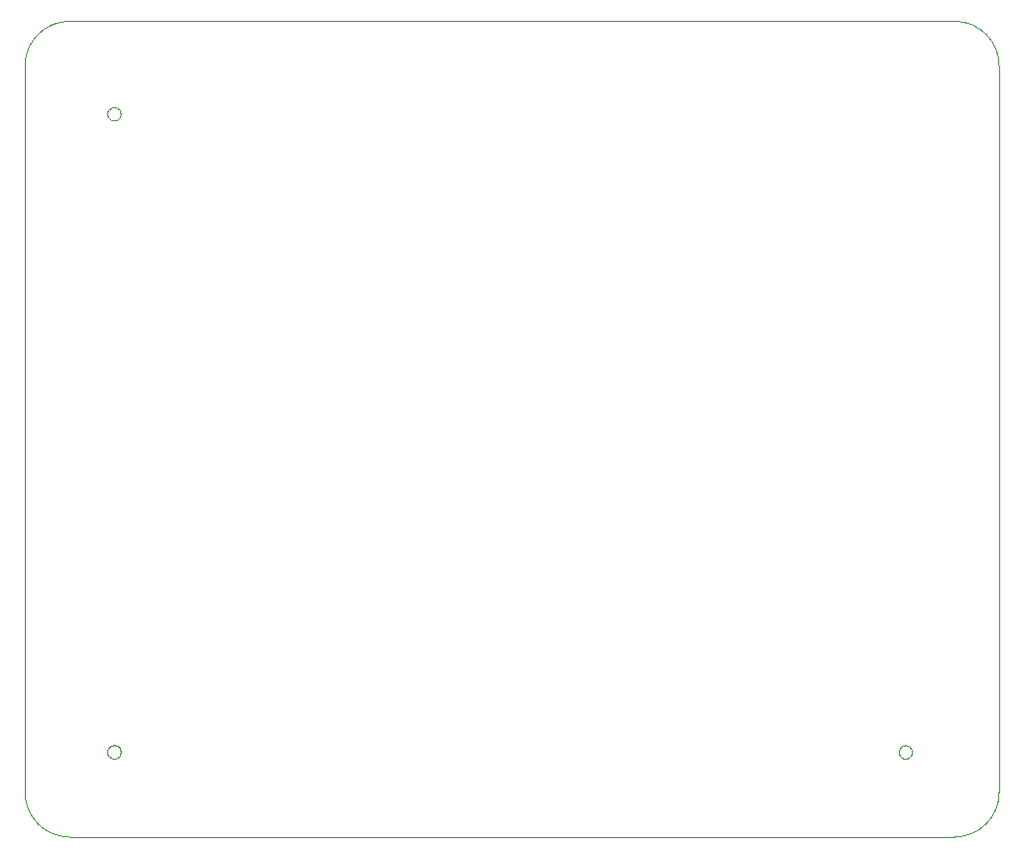
<source format=gbr>
%TF.GenerationSoftware,KiCad,Pcbnew,(7.0.0)*%
%TF.CreationDate,2023-05-21T02:13:25-07:00*%
%TF.ProjectId,epaper_photo_frame,65706170-6572-45f7-9068-6f746f5f6672,rev?*%
%TF.SameCoordinates,Original*%
%TF.FileFunction,Profile,NP*%
%FSLAX46Y46*%
G04 Gerber Fmt 4.6, Leading zero omitted, Abs format (unit mm)*
G04 Created by KiCad (PCBNEW (7.0.0)) date 2023-05-21 02:13:25*
%MOMM*%
%LPD*%
G01*
G04 APERTURE LIST*
%TA.AperFunction,Profile*%
%ADD10C,0.100000*%
%TD*%
G04 APERTURE END LIST*
D10*
X102000000Y-137650000D02*
G75*
G03*
X105800000Y-141450000I3800000J0D01*
G01*
X109749080Y-79243627D02*
X109888000Y-79301169D01*
X110007294Y-79392706D01*
X110098831Y-79512000D01*
X110156373Y-79650920D01*
X110176000Y-79800000D01*
X110156373Y-79949080D01*
X110098831Y-80088000D01*
X110007294Y-80207294D01*
X109888000Y-80298831D01*
X109749080Y-80356373D01*
X109600000Y-80376000D01*
X109450920Y-80356373D01*
X109312000Y-80298831D01*
X109192706Y-80207294D01*
X109101169Y-80088000D01*
X109043627Y-79949080D01*
X109024000Y-79800000D01*
X109043627Y-79650920D01*
X109101169Y-79512000D01*
X109192706Y-79392706D01*
X109312000Y-79301169D01*
X109450920Y-79243627D01*
X109600000Y-79224000D01*
X109749080Y-79243627D01*
X177199080Y-133643627D02*
X177338000Y-133701169D01*
X177457294Y-133792706D01*
X177548831Y-133912000D01*
X177606373Y-134050920D01*
X177626000Y-134200000D01*
X177606373Y-134349080D01*
X177548831Y-134488000D01*
X177457294Y-134607294D01*
X177338000Y-134698831D01*
X177199080Y-134756373D01*
X177050000Y-134776000D01*
X176900920Y-134756373D01*
X176762000Y-134698831D01*
X176642706Y-134607294D01*
X176551169Y-134488000D01*
X176493627Y-134349080D01*
X176474000Y-134200000D01*
X176493627Y-134050920D01*
X176551169Y-133912000D01*
X176642706Y-133792706D01*
X176762000Y-133701169D01*
X176900920Y-133643627D01*
X177050000Y-133624000D01*
X177199080Y-133643627D01*
X105800000Y-71900000D02*
G75*
G03*
X102000000Y-75700000I0J-3800000D01*
G01*
X185050000Y-75700000D02*
X185050000Y-137650000D01*
X109749080Y-133643627D02*
X109888000Y-133701169D01*
X110007294Y-133792706D01*
X110098831Y-133912000D01*
X110156373Y-134050920D01*
X110176000Y-134200000D01*
X110156373Y-134349080D01*
X110098831Y-134488000D01*
X110007294Y-134607294D01*
X109888000Y-134698831D01*
X109749080Y-134756373D01*
X109600000Y-134776000D01*
X109450920Y-134756373D01*
X109312000Y-134698831D01*
X109192706Y-134607294D01*
X109101169Y-134488000D01*
X109043627Y-134349080D01*
X109024000Y-134200000D01*
X109043627Y-134050920D01*
X109101169Y-133912000D01*
X109192706Y-133792706D01*
X109312000Y-133701169D01*
X109450920Y-133643627D01*
X109600000Y-133624000D01*
X109749080Y-133643627D01*
X181250000Y-141450000D02*
X105800000Y-141450000D01*
X105800000Y-71900000D02*
X181250000Y-71900000D01*
X181250000Y-141450000D02*
G75*
G03*
X185050000Y-137650000I0J3800000D01*
G01*
X102000000Y-75700000D02*
X102000000Y-137650000D01*
X185050000Y-75700000D02*
G75*
G03*
X181250000Y-71900000I-3800000J0D01*
G01*
M02*

</source>
